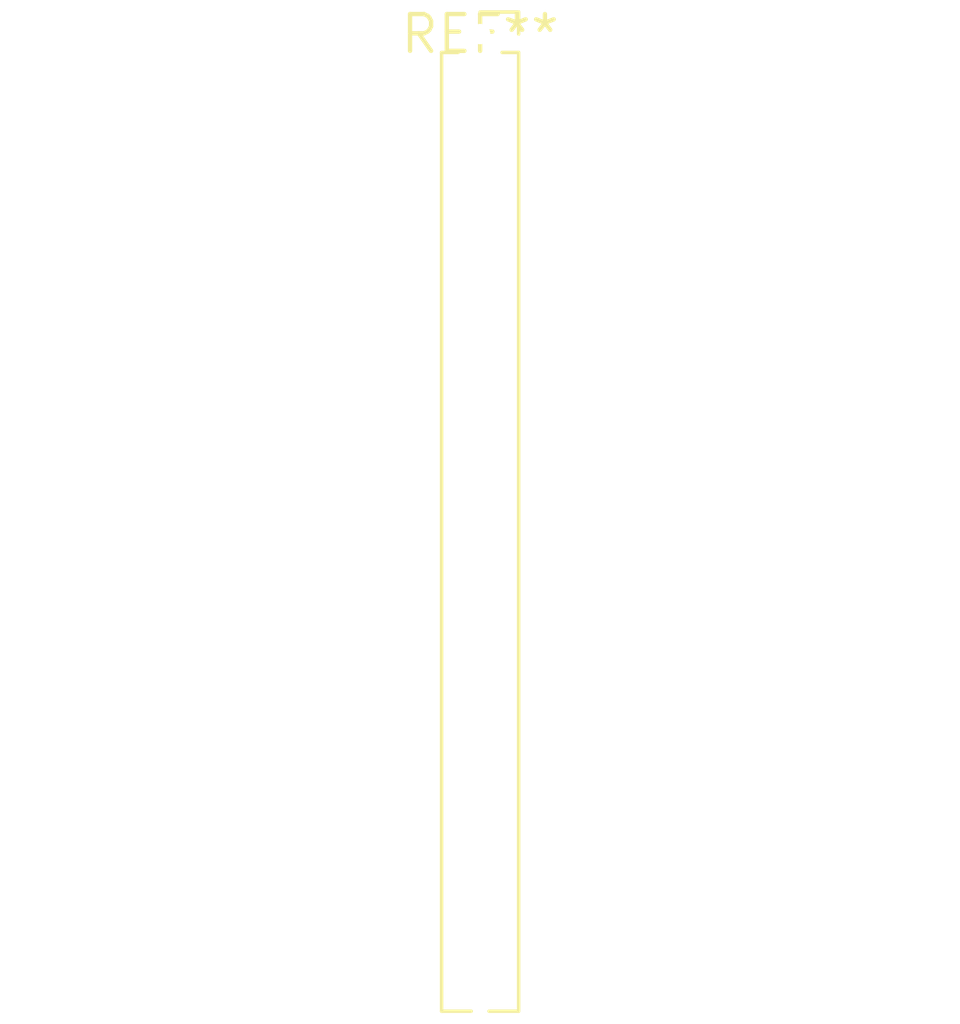
<source format=kicad_pcb>
(kicad_pcb (version 20240108) (generator pcbnew)
  (layers (0 "F.Cu" signal) (31 "B.Cu" signal) (34 "B.Paste" user) (35 "F.Paste" user) (36 "B.SilkS" user "B.Silkscreen") (37 "F.SilkS" user "F.Silkscreen") (38 "B.Mask" user) (39 "F.Mask" user) (44 "Edge.Cuts" user))
  (net 0 "")
  (footprint "PinSocket_1x27_P1.27mm_Vertical" (layer "F.Cu") (at 0 0)
    (property "Reference" "REF**")
    (property "Value" "PinSocket_1x27_P1.27mm_Vertical")
    (fp_line (start -1.33 0.635) (end -1.33 33.715) (layer "F.SilkS") (stroke (width 0.12)))
    (fp_line (start -1.33 0.635) (end -0.76 0.635) (layer "F.SilkS") (stroke (width 0.12)))
    (fp_line (start -1.33 33.715) (end -0.30753 33.715) (layer "F.SilkS") (stroke (width 0.12)))
    (fp_line (start 0 -0.76) (end 1.33 -0.76) (layer "F.SilkS") (stroke (width 0.12)))
    (fp_line (start 0.30753 33.715) (end 1.33 33.715) (layer "F.SilkS") (stroke (width 0.12)))
    (fp_line (start 0.76 0.635) (end 1.33 0.635) (layer "F.SilkS") (stroke (width 0.12)))
    (fp_line (start 1.33 -0.76) (end 1.33 0) (layer "F.SilkS") (stroke (width 0.12)))
    (fp_line (start 1.33 0.635) (end 1.33 33.715) (layer "F.SilkS") (stroke (width 0.12)))
    (pad "1" thru_hole rect (at 0 0) (size 1 1) (drill 0.7) (layers *.Cu *.Mask) (remove_unused_layers))
    (pad "2" thru_hole oval (at 0 1.27) (size 1 1) (drill 0.7) (layers *.Cu *.Mask) (remove_unused_layers))
    (pad "3" thru_hole oval (at 0 2.54) (size 1 1) (drill 0.7) (layers *.Cu *.Mask) (remove_unused_layers))
    (pad "4" thru_hole oval (at 0 3.81) (size 1 1) (drill 0.7) (layers *.Cu *.Mask) (remove_unused_layers))
    (pad "5" thru_hole oval (at 0 5.08) (size 1 1) (drill 0.7) (layers *.Cu *.Mask) (remove_unused_layers))
    (pad "6" thru_hole oval (at 0 6.35) (size 1 1) (drill 0.7) (layers *.Cu *.Mask) (remove_unused_layers))
    (pad "7" thru_hole oval (at 0 7.62) (size 1 1) (drill 0.7) (layers *.Cu *.Mask) (remove_unused_layers))
    (pad "8" thru_hole oval (at 0 8.89) (size 1 1) (drill 0.7) (layers *.Cu *.Mask) (remove_unused_layers))
    (pad "9" thru_hole oval (at 0 10.16) (size 1 1) (drill 0.7) (layers *.Cu *.Mask) (remove_unused_layers))
    (pad "10" thru_hole oval (at 0 11.43) (size 1 1) (drill 0.7) (layers *.Cu *.Mask) (remove_unused_layers))
    (pad "11" thru_hole oval (at 0 12.7) (size 1 1) (drill 0.7) (layers *.Cu *.Mask) (remove_unused_layers))
    (pad "12" thru_hole oval (at 0 13.97) (size 1 1) (drill 0.7) (layers *.Cu *.Mask) (remove_unused_layers))
    (pad "13" thru_hole oval (at 0 15.24) (size 1 1) (drill 0.7) (layers *.Cu *.Mask) (remove_unused_layers))
    (pad "14" thru_hole oval (at 0 16.51) (size 1 1) (drill 0.7) (layers *.Cu *.Mask) (remove_unused_layers))
    (pad "15" thru_hole oval (at 0 17.78) (size 1 1) (drill 0.7) (layers *.Cu *.Mask) (remove_unused_layers))
    (pad "16" thru_hole oval (at 0 19.05) (size 1 1) (drill 0.7) (layers *.Cu *.Mask) (remove_unused_layers))
    (pad "17" thru_hole oval (at 0 20.32) (size 1 1) (drill 0.7) (layers *.Cu *.Mask) (remove_unused_layers))
    (pad "18" thru_hole oval (at 0 21.59) (size 1 1) (drill 0.7) (layers *.Cu *.Mask) (remove_unused_layers))
    (pad "19" thru_hole oval (at 0 22.86) (size 1 1) (drill 0.7) (layers *.Cu *.Mask) (remove_unused_layers))
    (pad "20" thru_hole oval (at 0 24.13) (size 1 1) (drill 0.7) (layers *.Cu *.Mask) (remove_unused_layers))
    (pad "21" thru_hole oval (at 0 25.4) (size 1 1) (drill 0.7) (layers *.Cu *.Mask) (remove_unused_layers))
    (pad "22" thru_hole oval (at 0 26.67) (size 1 1) (drill 0.7) (layers *.Cu *.Mask) (remove_unused_layers))
    (pad "23" thru_hole oval (at 0 27.94) (size 1 1) (drill 0.7) (layers *.Cu *.Mask) (remove_unused_layers))
    (pad "24" thru_hole oval (at 0 29.21) (size 1 1) (drill 0.7) (layers *.Cu *.Mask) (remove_unused_layers))
    (pad "25" thru_hole oval (at 0 30.48) (size 1 1) (drill 0.7) (layers *.Cu *.Mask) (remove_unused_layers))
    (pad "26" thru_hole oval (at 0 31.75) (size 1 1) (drill 0.7) (layers *.Cu *.Mask) (remove_unused_layers))
    (pad "27" thru_hole oval (at 0 33.02) (size 1 1) (drill 0.7) (layers *.Cu *.Mask) (remove_unused_layers))
  )
)
</source>
